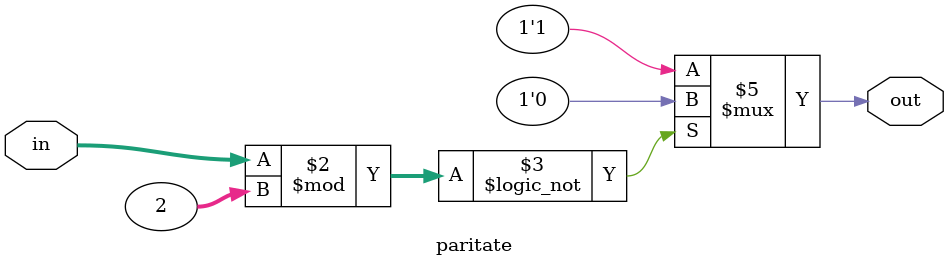
<source format=v>
`timescale 1ns / 1ps


module paritate(output reg out,
                input[7:0]  in    
    );
    always @(*)
    if(in%2==0)
       out<=0;
      else
        out<=1;
endmodule

</source>
